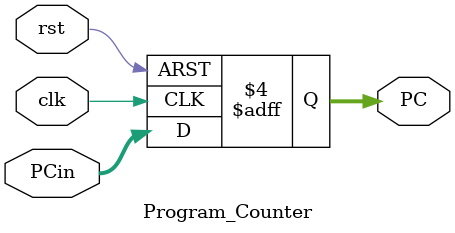
<source format=v>
module Program_Counter(
    input [31:0] PCin,
    input clk, rst,
    
    output reg [31:0] PC
);

initial
begin
	PC = 32'b0;
end

always @ (posedge clk or negedge rst) begin
    if(!rst) begin
        PC <= 32'b0;
    end else begin
        PC <= PCin;
    end
end

endmodule

</source>
